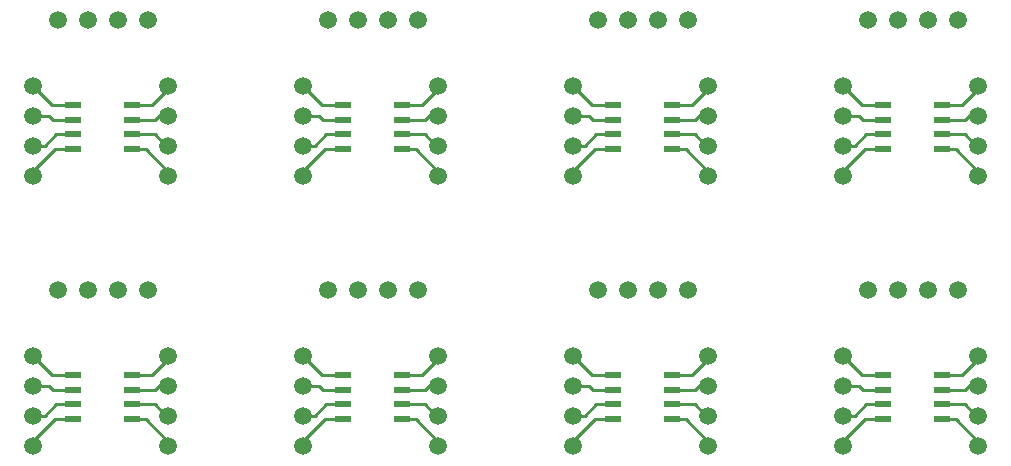
<source format=gbr>
G04 #@! TF.GenerationSoftware,KiCad,Pcbnew,(5.1.4)-1*
G04 #@! TF.CreationDate,2020-02-01T11:21:23-05:00*
G04 #@! TF.ProjectId,bob_ws2811_driver,626f625f-7773-4323-9831-315f64726976,rev?*
G04 #@! TF.SameCoordinates,Original*
G04 #@! TF.FileFunction,Copper,L1,Top*
G04 #@! TF.FilePolarity,Positive*
%FSLAX46Y46*%
G04 Gerber Fmt 4.6, Leading zero omitted, Abs format (unit mm)*
G04 Created by KiCad (PCBNEW (5.1.4)-1) date 2020-02-01 11:21:23*
%MOMM*%
%LPD*%
G04 APERTURE LIST*
%ADD10R,1.400000X0.600000*%
%ADD11C,1.500000*%
%ADD12C,0.250000*%
G04 APERTURE END LIST*
D10*
X109387000Y-63149000D03*
X109387000Y-64399000D03*
X109387000Y-65649000D03*
X109387000Y-66899000D03*
X114387000Y-66899000D03*
X114387000Y-65649000D03*
X114387000Y-64399000D03*
X114387000Y-63149000D03*
D11*
X108156000Y-55928000D03*
X110696000Y-55928000D03*
X113236000Y-55928000D03*
X115776000Y-55928000D03*
X117427000Y-61547000D03*
X117427000Y-64087000D03*
X117427000Y-66627000D03*
X117427000Y-69167000D03*
X105997000Y-61547000D03*
X105997000Y-64087000D03*
X105997000Y-66627000D03*
X105997000Y-69167000D03*
X138636000Y-55928000D03*
X136096000Y-55928000D03*
X133556000Y-55928000D03*
X131016000Y-55928000D03*
D10*
X137247000Y-63149000D03*
X137247000Y-64399000D03*
X137247000Y-65649000D03*
X137247000Y-66899000D03*
X132247000Y-66899000D03*
X132247000Y-65649000D03*
X132247000Y-64399000D03*
X132247000Y-63149000D03*
D11*
X140287000Y-69167000D03*
X140287000Y-66627000D03*
X140287000Y-64087000D03*
X140287000Y-61547000D03*
X128857000Y-69167000D03*
X128857000Y-66627000D03*
X128857000Y-64087000D03*
X128857000Y-61547000D03*
X153876000Y-55928000D03*
X156416000Y-55928000D03*
X158956000Y-55928000D03*
X161496000Y-55928000D03*
D10*
X155107000Y-63149000D03*
X155107000Y-64399000D03*
X155107000Y-65649000D03*
X155107000Y-66899000D03*
X160107000Y-66899000D03*
X160107000Y-65649000D03*
X160107000Y-64399000D03*
X160107000Y-63149000D03*
D11*
X163147000Y-61547000D03*
X163147000Y-64087000D03*
X163147000Y-66627000D03*
X163147000Y-69167000D03*
X151717000Y-61547000D03*
X151717000Y-64087000D03*
X151717000Y-66627000D03*
X151717000Y-69167000D03*
X186007000Y-69167000D03*
X186007000Y-66627000D03*
X186007000Y-64087000D03*
X186007000Y-61547000D03*
X174577000Y-69167000D03*
X174577000Y-66627000D03*
X174577000Y-64087000D03*
X174577000Y-61547000D03*
X184356000Y-55928000D03*
X181816000Y-55928000D03*
X179276000Y-55928000D03*
X176736000Y-55928000D03*
D10*
X182967000Y-63149000D03*
X182967000Y-64399000D03*
X182967000Y-65649000D03*
X182967000Y-66899000D03*
X177967000Y-66899000D03*
X177967000Y-65649000D03*
X177967000Y-64399000D03*
X177967000Y-63149000D03*
D11*
X186007000Y-38687000D03*
X186007000Y-41227000D03*
X186007000Y-43767000D03*
X186007000Y-46307000D03*
X174577000Y-38687000D03*
X174577000Y-41227000D03*
X174577000Y-43767000D03*
X174577000Y-46307000D03*
X176736000Y-33068000D03*
X179276000Y-33068000D03*
X181816000Y-33068000D03*
X184356000Y-33068000D03*
D10*
X177967000Y-40289000D03*
X177967000Y-41539000D03*
X177967000Y-42789000D03*
X177967000Y-44039000D03*
X182967000Y-44039000D03*
X182967000Y-42789000D03*
X182967000Y-41539000D03*
X182967000Y-40289000D03*
D11*
X151717000Y-46307000D03*
X151717000Y-43767000D03*
X151717000Y-41227000D03*
X151717000Y-38687000D03*
X163147000Y-46307000D03*
X163147000Y-43767000D03*
X163147000Y-41227000D03*
X163147000Y-38687000D03*
D10*
X160107000Y-40289000D03*
X160107000Y-41539000D03*
X160107000Y-42789000D03*
X160107000Y-44039000D03*
X155107000Y-44039000D03*
X155107000Y-42789000D03*
X155107000Y-41539000D03*
X155107000Y-40289000D03*
D11*
X161496000Y-33068000D03*
X158956000Y-33068000D03*
X156416000Y-33068000D03*
X153876000Y-33068000D03*
X128857000Y-38687000D03*
X128857000Y-41227000D03*
X128857000Y-43767000D03*
X128857000Y-46307000D03*
X131016000Y-33068000D03*
X133556000Y-33068000D03*
X136096000Y-33068000D03*
X138636000Y-33068000D03*
X140287000Y-38687000D03*
X140287000Y-41227000D03*
X140287000Y-43767000D03*
X140287000Y-46307000D03*
D10*
X132247000Y-40289000D03*
X132247000Y-41539000D03*
X132247000Y-42789000D03*
X132247000Y-44039000D03*
X137247000Y-44039000D03*
X137247000Y-42789000D03*
X137247000Y-41539000D03*
X137247000Y-40289000D03*
D11*
X115776000Y-33068000D03*
X113236000Y-33068000D03*
X110696000Y-33068000D03*
X108156000Y-33068000D03*
D10*
X114387000Y-40289000D03*
X114387000Y-41539000D03*
X114387000Y-42789000D03*
X114387000Y-44039000D03*
X109387000Y-44039000D03*
X109387000Y-42789000D03*
X109387000Y-41539000D03*
X109387000Y-40289000D03*
D11*
X105997000Y-46307000D03*
X105997000Y-43767000D03*
X105997000Y-41227000D03*
X105997000Y-38687000D03*
X117427000Y-46307000D03*
X117427000Y-43767000D03*
X117427000Y-41227000D03*
X117427000Y-38687000D03*
D12*
X107599000Y-40289000D02*
X105997000Y-38687000D01*
X109387000Y-40289000D02*
X107599000Y-40289000D01*
X105997000Y-41227000D02*
X107394000Y-41227000D01*
X107706000Y-41539000D02*
X109387000Y-41539000D01*
X107394000Y-41227000D02*
X107706000Y-41539000D01*
X105997000Y-43767000D02*
X106982000Y-43767000D01*
X107960000Y-42789000D02*
X109387000Y-42789000D01*
X106982000Y-43767000D02*
X107960000Y-42789000D01*
X105997000Y-46307000D02*
X105997000Y-45895000D01*
X107853000Y-44039000D02*
X109387000Y-44039000D01*
X105997000Y-45895000D02*
X107853000Y-44039000D01*
X117427000Y-46307000D02*
X117427000Y-45926000D01*
X115540000Y-44039000D02*
X114387000Y-44039000D01*
X117427000Y-45926000D02*
X115540000Y-44039000D01*
X117427000Y-43767000D02*
X117300000Y-43767000D01*
X116322000Y-42789000D02*
X114387000Y-42789000D01*
X117300000Y-43767000D02*
X116322000Y-42789000D01*
X117427000Y-41227000D02*
X116634000Y-41227000D01*
X116322000Y-41539000D02*
X114387000Y-41539000D01*
X116634000Y-41227000D02*
X116322000Y-41539000D01*
X117427000Y-38687000D02*
X117427000Y-38910000D01*
X116048000Y-40289000D02*
X114387000Y-40289000D01*
X117427000Y-38910000D02*
X116048000Y-40289000D01*
X140287000Y-45926000D02*
X138400000Y-44039000D01*
X130459000Y-40289000D02*
X128857000Y-38687000D01*
X132247000Y-40289000D02*
X130459000Y-40289000D01*
X139494000Y-41227000D02*
X139182000Y-41539000D01*
X140287000Y-46307000D02*
X140287000Y-45926000D01*
X139182000Y-41539000D02*
X137247000Y-41539000D01*
X128857000Y-41227000D02*
X130254000Y-41227000D01*
X138400000Y-44039000D02*
X137247000Y-44039000D01*
X140287000Y-41227000D02*
X139494000Y-41227000D01*
X130566000Y-41539000D02*
X132247000Y-41539000D01*
X128857000Y-46307000D02*
X128857000Y-45895000D01*
X140287000Y-43767000D02*
X140160000Y-43767000D01*
X130820000Y-42789000D02*
X132247000Y-42789000D01*
X130254000Y-41227000D02*
X130566000Y-41539000D01*
X130713000Y-44039000D02*
X132247000Y-44039000D01*
X138908000Y-40289000D02*
X137247000Y-40289000D01*
X139182000Y-42789000D02*
X137247000Y-42789000D01*
X140287000Y-38910000D02*
X138908000Y-40289000D01*
X129842000Y-43767000D02*
X130820000Y-42789000D01*
X140160000Y-43767000D02*
X139182000Y-42789000D01*
X128857000Y-43767000D02*
X129842000Y-43767000D01*
X128857000Y-45895000D02*
X130713000Y-44039000D01*
X140287000Y-38687000D02*
X140287000Y-38910000D01*
X162042000Y-41539000D02*
X160107000Y-41539000D01*
X153426000Y-41539000D02*
X155107000Y-41539000D01*
X163147000Y-46307000D02*
X163147000Y-45926000D01*
X151717000Y-43767000D02*
X152702000Y-43767000D01*
X153680000Y-42789000D02*
X155107000Y-42789000D01*
X153114000Y-41227000D02*
X153426000Y-41539000D01*
X155107000Y-40289000D02*
X153319000Y-40289000D01*
X163147000Y-43767000D02*
X163020000Y-43767000D01*
X163147000Y-38910000D02*
X161768000Y-40289000D01*
X152702000Y-43767000D02*
X153680000Y-42789000D01*
X151717000Y-46307000D02*
X151717000Y-45895000D01*
X163147000Y-45926000D02*
X161260000Y-44039000D01*
X153319000Y-40289000D02*
X151717000Y-38687000D01*
X151717000Y-41227000D02*
X153114000Y-41227000D01*
X161260000Y-44039000D02*
X160107000Y-44039000D01*
X153573000Y-44039000D02*
X155107000Y-44039000D01*
X162042000Y-42789000D02*
X160107000Y-42789000D01*
X163020000Y-43767000D02*
X162042000Y-42789000D01*
X151717000Y-45895000D02*
X153573000Y-44039000D01*
X161768000Y-40289000D02*
X160107000Y-40289000D01*
X163147000Y-41227000D02*
X162354000Y-41227000D01*
X163147000Y-38687000D02*
X163147000Y-38910000D01*
X162354000Y-41227000D02*
X162042000Y-41539000D01*
X175562000Y-43767000D02*
X176540000Y-42789000D01*
X186007000Y-45926000D02*
X184120000Y-44039000D01*
X174577000Y-46307000D02*
X174577000Y-45895000D01*
X176540000Y-42789000D02*
X177967000Y-42789000D01*
X176286000Y-41539000D02*
X177967000Y-41539000D01*
X176179000Y-40289000D02*
X174577000Y-38687000D01*
X174577000Y-41227000D02*
X175974000Y-41227000D01*
X184120000Y-44039000D02*
X182967000Y-44039000D01*
X186007000Y-46307000D02*
X186007000Y-45926000D01*
X186007000Y-43767000D02*
X185880000Y-43767000D01*
X184902000Y-41539000D02*
X182967000Y-41539000D01*
X174577000Y-43767000D02*
X175562000Y-43767000D01*
X177967000Y-40289000D02*
X176179000Y-40289000D01*
X186007000Y-38910000D02*
X184628000Y-40289000D01*
X175974000Y-41227000D02*
X176286000Y-41539000D01*
X185880000Y-43767000D02*
X184902000Y-42789000D01*
X176433000Y-44039000D02*
X177967000Y-44039000D01*
X174577000Y-45895000D02*
X176433000Y-44039000D01*
X186007000Y-41227000D02*
X185214000Y-41227000D01*
X184628000Y-40289000D02*
X182967000Y-40289000D01*
X186007000Y-38687000D02*
X186007000Y-38910000D01*
X185214000Y-41227000D02*
X184902000Y-41539000D01*
X184902000Y-42789000D02*
X182967000Y-42789000D01*
X176540000Y-65649000D02*
X177967000Y-65649000D01*
X175562000Y-66627000D02*
X176540000Y-65649000D01*
X176286000Y-64399000D02*
X177967000Y-64399000D01*
X174577000Y-64087000D02*
X175974000Y-64087000D01*
X174577000Y-69167000D02*
X174577000Y-68755000D01*
X176179000Y-63149000D02*
X174577000Y-61547000D01*
X184120000Y-66899000D02*
X182967000Y-66899000D01*
X186007000Y-69167000D02*
X186007000Y-68786000D01*
X186007000Y-68786000D02*
X184120000Y-66899000D01*
X186007000Y-66627000D02*
X185880000Y-66627000D01*
X184902000Y-64399000D02*
X182967000Y-64399000D01*
X184902000Y-65649000D02*
X182967000Y-65649000D01*
X186007000Y-64087000D02*
X185214000Y-64087000D01*
X184628000Y-63149000D02*
X182967000Y-63149000D01*
X186007000Y-61547000D02*
X186007000Y-61770000D01*
X185214000Y-64087000D02*
X184902000Y-64399000D01*
X174577000Y-68755000D02*
X176433000Y-66899000D01*
X177967000Y-63149000D02*
X176179000Y-63149000D01*
X174577000Y-66627000D02*
X175562000Y-66627000D01*
X185880000Y-66627000D02*
X184902000Y-65649000D01*
X186007000Y-61770000D02*
X184628000Y-63149000D01*
X175974000Y-64087000D02*
X176286000Y-64399000D01*
X176433000Y-66899000D02*
X177967000Y-66899000D01*
X151717000Y-64087000D02*
X153114000Y-64087000D01*
X163020000Y-66627000D02*
X162042000Y-65649000D01*
X162042000Y-65649000D02*
X160107000Y-65649000D01*
X161768000Y-63149000D02*
X160107000Y-63149000D01*
X153319000Y-63149000D02*
X151717000Y-61547000D01*
X153680000Y-65649000D02*
X155107000Y-65649000D01*
X163147000Y-61547000D02*
X163147000Y-61770000D01*
X151717000Y-68755000D02*
X153573000Y-66899000D01*
X161260000Y-66899000D02*
X160107000Y-66899000D01*
X163147000Y-66627000D02*
X163020000Y-66627000D01*
X163147000Y-69167000D02*
X163147000Y-68786000D01*
X152702000Y-66627000D02*
X153680000Y-65649000D01*
X153114000Y-64087000D02*
X153426000Y-64399000D01*
X162354000Y-64087000D02*
X162042000Y-64399000D01*
X153573000Y-66899000D02*
X155107000Y-66899000D01*
X153426000Y-64399000D02*
X155107000Y-64399000D01*
X151717000Y-69167000D02*
X151717000Y-68755000D01*
X163147000Y-61770000D02*
X161768000Y-63149000D01*
X163147000Y-68786000D02*
X161260000Y-66899000D01*
X155107000Y-63149000D02*
X153319000Y-63149000D01*
X162042000Y-64399000D02*
X160107000Y-64399000D01*
X163147000Y-64087000D02*
X162354000Y-64087000D01*
X151717000Y-66627000D02*
X152702000Y-66627000D01*
X138400000Y-66899000D02*
X137247000Y-66899000D01*
X130713000Y-66899000D02*
X132247000Y-66899000D01*
X139182000Y-65649000D02*
X137247000Y-65649000D01*
X139494000Y-64087000D02*
X139182000Y-64399000D01*
X130566000Y-64399000D02*
X132247000Y-64399000D01*
X128857000Y-69167000D02*
X128857000Y-68755000D01*
X140287000Y-68786000D02*
X138400000Y-66899000D01*
X128857000Y-64087000D02*
X130254000Y-64087000D01*
X140287000Y-61547000D02*
X140287000Y-61770000D01*
X130254000Y-64087000D02*
X130566000Y-64399000D01*
X140160000Y-66627000D02*
X139182000Y-65649000D01*
X130820000Y-65649000D02*
X132247000Y-65649000D01*
X128857000Y-68755000D02*
X130713000Y-66899000D01*
X130459000Y-63149000D02*
X128857000Y-61547000D01*
X140287000Y-69167000D02*
X140287000Y-68786000D01*
X138908000Y-63149000D02*
X137247000Y-63149000D01*
X140287000Y-61770000D02*
X138908000Y-63149000D01*
X132247000Y-63149000D02*
X130459000Y-63149000D01*
X139182000Y-64399000D02*
X137247000Y-64399000D01*
X140287000Y-66627000D02*
X140160000Y-66627000D01*
X129842000Y-66627000D02*
X130820000Y-65649000D01*
X140287000Y-64087000D02*
X139494000Y-64087000D01*
X128857000Y-66627000D02*
X129842000Y-66627000D01*
X105997000Y-68755000D02*
X107853000Y-66899000D01*
X109387000Y-63149000D02*
X107599000Y-63149000D01*
X117427000Y-61770000D02*
X116048000Y-63149000D01*
X116322000Y-64399000D02*
X114387000Y-64399000D01*
X117427000Y-66627000D02*
X117300000Y-66627000D01*
X107599000Y-63149000D02*
X105997000Y-61547000D01*
X116322000Y-65649000D02*
X114387000Y-65649000D01*
X105997000Y-64087000D02*
X107394000Y-64087000D01*
X117427000Y-61547000D02*
X117427000Y-61770000D01*
X117427000Y-69167000D02*
X117427000Y-68786000D01*
X116048000Y-63149000D02*
X114387000Y-63149000D01*
X115540000Y-66899000D02*
X114387000Y-66899000D01*
X107706000Y-64399000D02*
X109387000Y-64399000D01*
X107853000Y-66899000D02*
X109387000Y-66899000D01*
X107394000Y-64087000D02*
X107706000Y-64399000D01*
X116634000Y-64087000D02*
X116322000Y-64399000D01*
X117300000Y-66627000D02*
X116322000Y-65649000D01*
X105997000Y-69167000D02*
X105997000Y-68755000D01*
X117427000Y-68786000D02*
X115540000Y-66899000D01*
X107960000Y-65649000D02*
X109387000Y-65649000D01*
X105997000Y-66627000D02*
X106982000Y-66627000D01*
X117427000Y-64087000D02*
X116634000Y-64087000D01*
X106982000Y-66627000D02*
X107960000Y-65649000D01*
M02*

</source>
